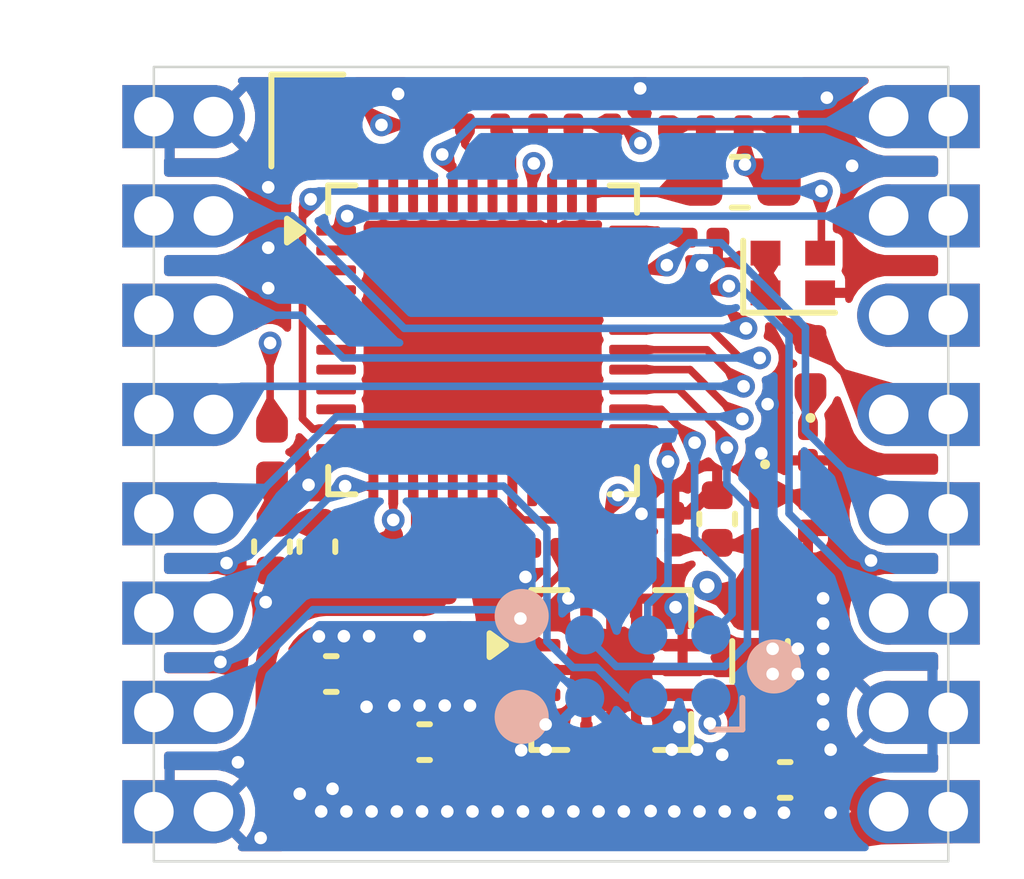
<source format=kicad_pcb>
(kicad_pcb (version 20241229) (generator "pcbnew") (generator_version "9.0")
  (layers (0 "F.Cu" signal) (4 "In1.Cu" signal) (6 "In2.Cu" signal) (2 "B.Cu" signal) (13 "F.Paste" user) (15 "B.Paste" user) (5 "F.SilkS" user "F.Silkscreen") (7 "B.SilkS" user "B.Silkscreen") (1 "F.Mask" user) (3 "B.Mask" user) (25 "Edge.Cuts" user))
  (net 0 "")
  (net 1 "GND")
  (net 2 "+3V3")
  (net 3 "VDD")
  (net 4 "VDCDC")
  (net 6 "VDDA")
  (net 7 "Net-(C18-Pad1)")
  (net 8 "/Power Amplifier/RF_IN")
  (net 9 "Net-(C19-Pad1)")
  (net 10 "Net-(U2-DECOUPLE)")
  (net 11 "Net-(C23-Pad1)")
  (net 12 "Net-(C23-Pad2)")
  (net 13 "/PA_nEN")
  (net 14 "Net-(U3-IN)")
  (net 15 "Net-(U3-OUT)")
  (net 16 "/RF_OUT")
  (net 17 "/CS")
  (net 18 "/nRST")
  (net 19 "/UART_TX")
  (net 20 "/MISO")
  (net 21 "/MOSI")
  (net 22 "/SCK")
  (net 23 "/PC00")
  (net 24 "/UART_RX")
  (net 25 "/Transceiver/SWDIO")
  (net 26 "/Transceiver/SWO")
  (net 27 "/Transceiver/SWCLK")
  (net 28 "/Transceiver/IN")
  (net 29 "Net-(U2-VREGSW)")
  (net 30 "/Transceiver/OUT")
  (net 46 "Net-(U2-PD01_LFXI)")
  (net 51 "Net-(U2-HFXTAL_I)")
  (net 52 "/PD04")
  (net 53 "Net-(D2-K)")
  (net 54 "Net-(D1-K)")
  (footprint "Capacitor_SMD:C_0201_0603Metric" (layer "F.Cu") (at 102.3874 70.7898 -90)
    (property "Reference" "C16" (hide yes))
    (property "Value" "0.1uF")
  )
  (footprint "Capacitor_SMD:C_0201_0603Metric" (layer "F.Cu") (at 106.172 70.612 180)
    (property "Reference" "C25" (hide yes))
    (property "Value" "0.1uF")
  )
  (footprint "Capacitor_SMD:C_0201_0603Metric" (layer "F.Cu") (at 106.7308 61.7728 90)
    (property "Reference" "C6" (hide yes))
    (property "Value" "0.1uF")
  )
  (footprint "Package_DFN_QFN:QFN-48-1EP_6x6mm_P0.4mm_EP4.3x4.3mm" (layer "F.Cu") (at 104.902 66.421)
    (property "Reference" "U2" (hide yes))
    (property "Value" "EFR32xG23xxxxF512xM48")
  )
  (footprint "Resistor_SMD:R_0201_0603Metric" (layer "F.Cu") (at 107.5944 70.612)
    (property "Reference" "R3" (hide yes))
    (property "Value" "10k")
  )
  (footprint "Inductor_SMD:L_0402_1005Metric" (layer "F.Cu") (at 104.4448 73.1012 180)
    (property "Reference" "L3" (hide yes))
    (property "Value" "39nH")
  )
  (footprint "Capacitor_SMD:C_0201_0603Metric" (layer "F.Cu") (at 105.2576 61.7728 90)
    (property "Reference" "C10" (hide yes))
    (property "Value" "0.1uF")
  )
  (footprint "Inductor_SMD:L_0402_1005Metric" (layer "F.Cu") (at 100.6602 68.6816 -90)
    (property "Reference" "L1" (hide yes))
    (property "Value" "2.2uH")
  )
  (footprint "Avionics_Feet:RFMxx" (layer "F.Cu") (at 106.2808 68.9252)
    (property "Reference" "J1" (hide yes))
    (property "Value" "Conn_02x08_Castelated")
    (fp_rect (start -8 -8) (end 8 8) (stroke (width 0.05)) (fill no) (layer "Edge.Cuts"))
  )
  (footprint "Capacitor_SMD:C_0402_1005Metric" (layer "F.Cu") (at 101.854 73.152 180)
    (property "Reference" "C18" (hide yes))
    (property "Value" "220pF")
  )
  (footprint "Capacitor_SMD:C_0201_0603Metric" (layer "F.Cu") (at 108.6358 61.8084 90)
    (property "Reference" "C13" (hide yes))
    (property "Value" "0.1uF")
  )
  (footprint "Inductor_SMD:L_0805_2012Metric_Pad1.05x1.20mm_HandSolder" (layer "F.Cu") (at 110.49 72.898 -90)
    (property "Reference" "L6" (hide yes))
    (property "Value" "15uH")
  )
  (footprint "Resistor_SMD:R_0201_0603Metric" (layer "F.Cu") (at 109.1692 75.3364)
    (property "Reference" "R2" (hide yes))
    (property "Value" "1.5k")
  )
  (footprint "Capacitor_SMD:C_0402_1005Metric" (layer "F.Cu") (at 109.6264 70.0304 90)
    (property "Reference" "C24" (hide yes))
    (property "Value" "10uF")
  )
  (footprint "Capacitor_SMD:C_0201_0603Metric" (layer "F.Cu") (at 110.9218 61.8084 90)
    (property "Reference" "C21" (hide yes))
    (property "Value" "1uF")
  )
  (footprint "Capacitor_SMD:C_0402_1005Metric" (layer "F.Cu") (at 110.9954 75.2856)
    (property "Reference" "C28" (hide yes))
    (property "Value" "2.2uF")
  )
  (footprint "Capacitor_SMD:C_0201_0603Metric" (layer "F.Cu") (at 107.4928 61.7728 90)
    (property "Reference" "C5" (hide yes))
    (property "Value" "1uF")
  )
  (footprint "Oscillator:Oscillator_SMD_Abracon_ASCO-4Pin_1.6x1.2mm" (layer "F.Cu") (at 101.4476 62.0776)
    (property "Reference" "Y1" (hide yes))
    (property "Value" "32.768KHz")
  )
  (footprint "Capacitor_SMD:C_0201_0603Metric" (layer "F.Cu") (at 103.7844 61.7728 90)
    (property "Reference" "C7" (hide yes))
    (property "Value" "1uF")
  )
  (footprint "Capacitor_SMD:C_0402_1005Metric" (layer "F.Cu") (at 103.7336 74.5236)
    (property "Reference" "C27" (hide yes))
    (property "Value" "2.2uF")
  )
  (footprint "Capacitor_SMD:C_0201_0603Metric" (layer "F.Cu") (at 110.1598 61.8084 90)
    (property "Reference" "C12" (hide yes))
    (property "Value" "1uF")
  )
  (footprint "Capacitor_SMD:C_0201_0603Metric" (layer "F.Cu") (at 103.124 72.832 90)
    (property "Reference" "C20" (hide yes))
    (property "Value" "4.6pF")
  )
  (footprint "Inductor_SMD:L_0603_1608Metric" (layer "F.Cu") (at 110.0836 63.246 180)
    (property "Reference" "L4" (hide yes))
    (property "Value" "4.7uH")
  )
  (footprint "Capacitor_SMD:C_0402_1005Metric" (layer "F.Cu") (at 101.5746 70.5866 -90)
    (property "Reference" "C15" (hide yes))
    (property "Value" "2.2uF")
  )
  (footprint "Capacitor_SMD:C_0201_0603Metric" (layer "F.Cu") (at 101.7016 73.9648 180)
    (property "Reference" "C29" (hide yes))
    (property "Value" "1.5pF")
  )
  (footprint "LED_SMD:LED_0402_1005Metric" (layer "F.Cu") (at 110.5916 70.0183 -90)
    (property "Reference" "D2" (hide yes))
    (property "Value" "LED")
  )
  (footprint "Capacitor_SMD:C_0201_0603Metric" (layer "F.Cu") (at 104.648 72.2884 180)
    (property "Reference" "C19" (hide yes))
    (property "Value" "8.5pF")
  )
  (footprint "Inductor_SMD:L_0402_1005Metric" (layer "F.Cu") (at 101.854 74.8284)
    (property "Reference" "L7" (hide yes))
    (property "Value" "5.1nH")
  )
  (footprint "Capacitor_SMD:C_0201_0603Metric" (layer "F.Cu") (at 108.7628 70.2336 90)
    (property "Reference" "C26" (hide yes))
    (property "Value" "1nF")
  )
  (footprint "Resistor_SMD:R_0201_0603Metric" (layer "F.Cu") (at 111.4552 69.9516 -90)
    (property "Reference" "R4" (hide yes))
    (property "Value" "120")
  )
  (footprint "Capacitor_SMD:C_0201_0603Metric" (layer "F.Cu") (at 103.0986 70.7898 -90)
    (property "Reference" "C17" (hide yes))
    (property "Value" "10nF")
  )
  (footprint "Capacitor_SMD:C_0201_0603Metric" (layer "F.Cu") (at 104.5464 61.7728 90)
    (property "Reference" "C8" (hide yes))
    (property "Value" "0.1uF")
  )
  (footprint "Resistor_SMD:R_0201_0603Metric" (layer "F.Cu") (at 111.4552 68.5292 -90)
    (property "Reference" "R1" (hide yes))
    (property "Value" "120")
  )
  (footprint "Inductor_SMD:L_0402_1005Metric" (layer "F.Cu") (at 104.0638 70.9676 -90)
    (property "Reference" "L5" (hide yes))
    (property "Value" "82nH")
  )
  (footprint "Capacitor_SMD:C_0201_0603Metric" (layer "F.Cu") (at 103.5812 75.3364)
    (property "Reference" "C23" (hide yes))
    (property "Value" "0.1uF")
  )
  (footprint "Inductor_SMD:L_0402_1005Metric" (layer "F.Cu") (at 105.0036 70.9676 -90)
    (property "Reference" "L2" (hide yes))
    (property "Value" "20nH")
  )
  (footprint "Capacitor_SMD:C_0201_0603Metric" (layer "F.Cu") (at 106.0196 61.7728 90)
    (property "Reference" "C9" (hide yes))
    (property "Value" "1uF")
  )
  (footprint "Oscillator:Oscillator_SMD_Abracon_ASCO-4Pin_1.6x1.2mm" (layer "F.Cu") (at 111.1504 65.0748 90)
    (property "Reference" "Y2" (hide yes))
    (property "Value" "38.400MHz")
  )
  (footprint "Capacitor_SMD:C_0402_1005Metric" (layer "F.Cu") (at 100.6602 70.5866 -90)
    (property "Reference" "C14" (hide yes))
    (property "Value" "22uF")
  )
  (footprint "Capacitor_SMD:C_0201_0603Metric" (layer "F.Cu") (at 109.3216 64.3636)
    (property "Reference" "C22" (hide yes))
    (property "Value" "0.1uF")
  )
  (footprint "Capacitor_SMD:C_0201_0603Metric" (layer "F.Cu") (at 109.3978 61.8084 90)
    (property "Reference" "C11" (hide yes))
    (property "Value" "1uF")
  )
  (footprint "Package_DFN_QFN:QFN-12-1EP_3x3mm_P0.5mm_EP1.45x1.45mm" (layer "F.Cu") (at 107.4928 73.0714)
    (property "Reference" "U3" (hide yes))
    (property "Value" "TSS-13HLN+")
  )
  (footprint "LED_SMD:LED_0402_1005Metric" (layer "F.Cu") (at 111.506 66.9036 90)
    (property "Reference" "D1" (hide yes))
    (property "Value" "LED")
  )
  (footprint "Connector:Tag-Connect_TC2030-IDC-NL_2x03_P1.27mm_Vertical" (layer "B.Cu") (at 108.2294 72.9996 180)
    (property "Reference" "J2" (hide yes))
    (property "Value" "TagConnect_TC2030")
  )
  (gr_arc (start 105.3338 74.0918) (mid 105.47515 73.75055) (end 105.8164 73.6092) (stroke (width 0.4064)) (layer "F.Cu") (net 14))
  (gr_arc (start 101.854 76.5048) (mid 100.922589 76.151334) (end 100.532184 75.2348) (stroke (width 0.4064)) (layer "F.Cu") (net 16))
  (gr_arc (start 104.0638 71.4248) (mid 103.959647 71.676247) (end 103.7082 71.7804) (stroke (width 0.4064)) (layer "F.Cu") (net 16))
  (gr_arc (start 100.5332 73.1012) (mid 100.886672 72.1698) (end 101.8032 71.779384) (stroke (width 0.4064)) (layer "F.Cu") (net 16))
  (gr_arc (start 105.3338 74.0664) (mid 105.199889 74.389689) (end 104.8766 74.5236) (stroke (width 0.4064)) (layer "F.Cu") (net 14))
  (segment (start 103.124 71.1098) (end 102.4636 71.1098) (width 0.2032) (layer "F.Cu") (net 1))
  (segment (start 101.6 71.0666) (end 100.6602 71.0666) (width 0.2032) (layer "F.Cu") (net 1))
  (segment (start 102.4636 71.1098) (end 101.6432 71.1098) (width 0.2032) (layer "F.Cu") (net 1))
  (segment (start 101.6432 71.1098) (end 101.6 71.0666) (width 0.2032) (layer "F.Cu") (net 1))
  (segment (start 109.6264 69.5504) (end 109.418 69.5504) (width 0.254) (layer "F.Cu") (net 1))
  (segment (start 109.0548 69.9136) (end 108.7628 69.9136) (width 0.254) (layer "F.Cu") (net 1))
  (segment (start 103.0986 71.1098) (end 103.121576 71.1098) (width 0.1524) (layer "F.Cu") (net 1))
  (segment (start 103.121576 71.1098) (end 103.5348 70.696576) (width 0.1524) (layer "F.Cu") (net 1))
  (segment (start 109.418 69.5504) (end 109.0548 69.9136) (width 0.254) (layer "F.Cu") (net 1))
  (segment (start 103.5348 69.4038) (end 103.502 69.371) (width 0.1524) (layer "F.Cu") (net 1))
  (segment (start 103.5348 70.696576) (end 103.5348 69.4038) (width 0.1524) (layer "F.Cu") (net 1))
  (via (at 105.7148 75.9206) (size 0.4572) (drill 0.254) (layers "F.Cu" "B.Cu") (net 1))
  (via (at 102.108 72.39) (size 0.4572) (drill 0.254) (layers "F.Cu" "B.Cu") (net 1))
  (via (at 109.22 74.676) (size 0.4572) (drill 0.254) (layers "F.Cu" "B.Cu") (net 1))
  (via (at 112.7252 70.866) (size 0.4572) (drill 0.254) (layers "F.Cu" "B.Cu") (net 1))
  (via (at 106.2228 75.9206) (size 0.4572) (drill 0.254) (layers "F.Cu" "B.Cu") (net 1))
  (via (at 101.3968 69.342) (size 0.4572) (drill 0.254) (layers "F.Cu" "B.Cu") (net 1))
  (via (at 111.8362 61.5442) (size 0.4572) (drill 0.254) (layers "F.Cu" "B.Cu") (net 1))
  (via (at 108.077 61.357) (size 0.4572) (drill 0.254) (layers "F.Cu" "B.Cu") (net 1))
  (via (at 108.286839 75.911465) (size 0.4572) (drill 0.254) (layers "F.Cu" "B.Cu") (net 1))
  (via (at 111.9124 74.676) (size 0.4572) (drill 0.254) (layers "F.Cu" "B.Cu") (net 1))
  (via (at 103.632 73.787) (size 0.4572) (drill 0.254) (layers "F.Cu" "B.Cu") (net 1))
  (via (at 102.1588 75.9206) (size 0.4572) (drill 0.254) (layers "F.Cu" "B.Cu") (net 1))
  (via (at 108.1024 69.9262) (size 0.4572) (drill 0.254) (layers "F.Cu" "B.Cu") (net 1))
  (via (at 108.7882 71.8058) (size 0.4572) (drill 0.254) (layers "F.Cu" "B.Cu") (net 1))
  (via (at 110.744 73.152) (size 0.4572) (drill 0.254) (layers "F.Cu" "B.Cu") (net 1))
  (via (at 111.76 74.168) (size 0.4572) (drill 0.254) (layers "F.Cu" "B.Cu") (net 1))
  (via (at 101.604349 72.394349) (size 0.4572) (drill 0.254) (layers "F.Cu" "B.Cu") (net 1))
  (via (at 100.4316 76.454) (size 0.4572) (drill 0.254) (layers "F.Cu" "B.Cu") (net 1))
  (via (at 106.172 74.168) (size 0.4572) (drill 0.254) (layers "F.Cu" "B.Cu") (net 1))
  (via (at 105.7656 71.1962) (size 0.4572) (drill 0.254) (layers "F.Cu" "B.Cu") (net 1))
  (via (at 110.2868 75.946) (size 0.4572) (drill 0.254) (layers "F.Cu" "B.Cu") (net 1))
  (via (at 103.632 72.39) (size 0.4572) (drill 0.254) (layers "F.Cu" "B.Cu") (net 1))
  (via (at 102.6668 75.9206) (size 0.4572) (drill 0.254) (layers "F.Cu" "B.Cu") (net 1))
  (via (at 111.76 71.628) (size 0.4572) (drill 0.254) (layers "F.Cu" "B.Cu") (net 1))
  (via (at 99.620976 72.908808) (size 0.4572) (drill 0.254) (layers "F.Cu" "B.Cu") (net 1))
  (via (at 106.6292 71.628) (size 0.4572) (drill 0.254) (layers "F.Cu" "B.Cu") (net 1))
  (via (at 99.9744 74.93) (size 0.4572) (drill 0.254) (layers "F.Cu" "B.Cu") (net 1))
  (via (at 104.14 73.787) (size 0.4572) (drill 0.254) (layers "F.Cu" "B.Cu") (net 1))
  (via (at 111.76 72.136) (size 0.4572) (drill 0.254) (layers "F.Cu" "B.Cu") (net 1))
  (via (at 111.76 72.644) (size 0.4572) (drill 0.254) (layers "F.Cu" "B.Cu") (net 1))
  (via (at 101.219 75.565) (size 0.4572) (drill 0.254) (layers "F.Cu" "B.Cu") (net 1))
  (via (at 106.172 74.676) (size 0.4572) (drill 0.254) (layers "F.Cu" "B.Cu") (net 1))
  (via (at 110.6424 67.7164) (size 0.4572) (drill 0.254) (layers "F.Cu" "B.Cu") (net 1))
  (via (at 111.9124 75.946) (size 0.4572) (drill 0.254) (layers "F.Cu" "B.Cu") (net 1))
  (via (at 102.5652 73.8124) (size 0.4572) (drill 0.254) (layers "F.Cu" "B.Cu") (net 1))
  (via (at 110.744 72.644) (size 0.4572) (drill 0.254) (layers "F.Cu" "B.Cu") (net 1))
  (via (at 110.5154 68.707) (size 0.4572) (drill 0.254) (layers "F.Cu" "B.Cu") (net 1))
  (via (at 101.8794 75.4634) (size 0.4572) (drill 0.254) (layers "F.Cu" "B.Cu") (net 1))
  (via (at 103.6828 75.9206) (size 0.4572) (drill 0.254) (layers "F.Cu" "B.Cu") (net 1))
  (via (at 111.252 73.152) (size 0.4572) (drill 0.254) (layers "F.Cu" "B.Cu") (net 1))
  (via (at 111.76 73.66) (size 0.4572) (drill 0.254) (layers "F.Cu" "B.Cu") (net 1))
  (via (at 110.9726 75.946) (size 0.4572) (drill 0.254) (layers "F.Cu" "B.Cu") (net 1))
  (via (at 100.584 65.3796) (size 0.4572) (drill 0.254) (layers "F.Cu" "B.Cu") (net 1))
  (via (at 101.6508 75.9206) (size 0.4572) (drill 0.254) (layers "F.Cu" "B.Cu") (net 1))
  (via (at 112.3442 62.9158) (size 0.4572) (drill 0.254) (layers "F.Cu" "B.Cu") (net 1))
  (via (at 104.1908 75.9206) (size 0.4572) (drill 0.254) (layers "F.Cu" "B.Cu") (net 1))
  (via (at 109.3216 64.9224) (size 0.4572) (drill 0.254) (layers "F.Cu" "B.Cu") (net 1))
  (via (at 107.2388 75.9206) (size 0.4572) (drill 0.254) (layers "F.Cu" "B.Cu") (net 1))
  (via (at 109.2708 75.9206) (size 0.4572) (drill 0.254) (layers "F.Cu" "B.Cu") (net 1))
  (via (at 100.584 63.3476) (size 0.4572) (drill 0.254) (layers "F.Cu" "B.Cu") (net 1))
  (via (at 109.728 74.7776) (size 0.4572) (drill 0.254) (layers "F.Cu" "B.Cu") (net 1))
  (via (at 108.712 74.676) (size 0.4572) (drill 0.254) (layers "F.Cu" "B.Cu") (net 1))
  (via (at 104.6988 75.9206) (size 0.4572) (drill 0.254) (layers "F.Cu" "B.Cu") (net 1))
  (via (at 102.616 72.39) (size 0.4572) (drill 0.254) (layers "F.Cu" "B.Cu") (net 1))
  (via (at 105.679978 74.68837) (size 0.4572) (drill 0.254) (layers "F.Cu" "B.Cu") (net 1))
  (via (at 108.7628 75.9206) (size 0.4572) (drill 0.254) (layers "F.Cu" "B.Cu") (net 1))
  (via (at 111.76 73.152) (size 0.4572) (drill 0.254) (layers "F.Cu" "B.Cu") (net 1))
  (via (at 99.7458 70.9168) (size 0.4572) (drill 0.254) (layers "F.Cu" "B.Cu") (net 1))
  (via (at 108.8644 74.2188) (size 0.4572) (drill 0.254) (layers "F.Cu" "B.Cu") (net 1))
  (via (at 103.2002 61.468) (size 0.4572) (drill 0.254) (layers "F.Cu" "B.Cu") (net 1))
  (via (at 106.7308 75.9206) (size 0.4572) (drill 0.254) (layers "F.Cu" "B.Cu") (net 1))
  (via (at 104.648 73.787) (size 0.4572) (drill 0.254) (layers "F.Cu" "B.Cu") (net 1))
  (via (at 100.584 64.5668) (size 0.4572) (drill 0.254) (layers "F.Cu" "B.Cu") (net 1))
  (via (at 100.5332 71.7042) (size 0.4572) (drill 0.254) (layers "F.Cu" "B.Cu") (net 1))
  (via (at 111.252 72.644) (size 0.4572) (drill 0.254) (layers "F.Cu" "B.Cu") (net 1))
  (via (at 103.124 73.787) (size 0.4572) (drill 0.254) (layers "F.Cu" "B.Cu") (net 1))
  (via (at 107.7468 75.9206) (size 0.4572) (drill 0.254) (layers "F.Cu" "B.Cu") (net 1))
  (via (at 103.1748 75.9206) (size 0.4572) (drill 0.254) (layers "F.Cu" "B.Cu") (net 1))
  (via (at 105.2068 75.9206) (size 0.4572) (drill 0.254) (layers "F.Cu" "B.Cu") (net 1))
  (via (at 109.7788 75.9206) (size 0.4572) (drill 0.254) (layers "F.Cu" "B.Cu") (net 1))
  (segment (start 104.5464 62.484) (end 104.5464 62.0928) (width 0.1524) (layer "F.Cu") (net 2))
  (segment (start 111.3766 66.4186) (end 111.506 66.4186) (width 0.1524) (layer "F.Cu") (net 2))
  (segment (start 110.6004 65.4748) (end 110.6004 65.6424) (width 0.1524) (layer "F.Cu") (net 2))
  (segment (start 105.502 62.3372) (end 105.2576 62.0928) (width 0.1524) (layer "F.Cu") (net 2))
  (segment (start 102.8649 62.0928) (end 102.2997 61.5276) (width 0.1524) (layer "F.Cu") (net 2))
  (segment (start 105.102 63.471) (end 105.102 63.0396) (width 0.1524) (layer "F.Cu") (net 2))
  (segment (start 110.6258 64.7002) (end 110.6258 65.4494) (width 0.1524) (layer "F.Cu") (net 2))
  (segment (start 111.506 66.4186) (end 112.6444 67.557) (width 0.1524) (layer "F.Cu") (net 2))
  (segment (start 110.6004 64.6748) (end 110.6258 64.7002) (width 0.1524) (layer "F.Cu") (net 2))
  (segment (start 102.2997 61.5276) (end 101.8476 61.5276) (width 0.1524) (layer "F.Cu") (net 2))
  (segment (start 110.6258 65.4494) (end 110.6004 65.4748) (width 0.1524) (layer "F.Cu") (net 2))
  (segment (start 105.102 63.0396) (end 104.5464 62.484) (width 0.1524) (layer "F.Cu") (net 2))
  (segment (start 107.7144 62.0928) (end 108.0802 62.4586) (width 0.1524) (layer "F.Cu") (net 2))
  (segment (start 107.4928 62.0928) (end 102.8649 62.0928) (width 0.1524) (layer "F.Cu") (net 2))
  (segment (start 110.6004 65.6424) (end 111.3766 66.4186) (width 0.1524) (layer "F.Cu") (net 2))
  (segment (start 105.502 63.471) (end 105.502 62.3372) (width 0.1524) (layer "F.Cu") (net 2))
  (segment (start 107.4928 62.0928) (end 107.7144 62.0928) (width 0.1524) (layer "F.Cu") (net 2))
  (segment (start 106.702 63.471) (end 106.702 62.1216) (width 0.1524) (layer "F.Cu") (net 2))
  (segment (start 101.0476 61.5276) (end 101.8476 61.5276) (width 0.1524) (layer "F.Cu") (net 2))
  (segment (start 106.702 62.1216) (end 106.7308 62.0928) (width 0.1524) (layer "F.Cu") (net 2))
  (via (at 102.8649 62.0928) (size 0.4572) (drill 0.254) (layers "F.Cu" "B.Cu") (net 2))
  (via (at 108.0802 62.4586) (size 0.4572) (drill 0.254) (layers "F.Cu" "B.Cu") (net 2))
  (via (at 109.478551 74.147731) (size 0.4572) (drill 0.254) (layers "F.Cu" "B.Cu") (net 2))
  (segment (start 109.478551 73.655449) (end 109.4994 73.6346) (width 0.1524) (layer "B.Cu") (net 2))
  (segment (start 109.478551 74.147731) (end 109.478551 73.655449) (width 0.1524) (layer "B.Cu") (net 2))
  (segment (start 108.7628 70.5536) (end 110.5413 70.5536) (width 0.254) (layer "F.Cu") (net 3))
  (segment (start 110.49 70.6049) (end 110.5916 70.5033) (width 0.1524) (layer "F.Cu") (net 3))
  (segment (start 110.5413 70.5536) (end 110.5916 70.5033) (width 0.1524) (layer "F.Cu") (net 3))
  (segment (start 109.7972 71.748) (end 109.4232 71.374) (width 0.254) (layer "F.Cu") (net 3))
  (segment (start 110.49 71.748) (end 110.49 70.6049) (width 0.254) (layer "F.Cu") (net 3))
  (segment (start 110.49 71.748) (end 109.7972 71.748) (width 0.254) (layer "F.Cu") (net 3))
  (via (at 109.4232 71.374) (size 0.6) (drill 0.3) (layers "F.Cu" "B.Cu") (net 3))
  (segment (start 110.3376 62.8904) (end 110.6932 63.246) (width 0.254) (layer "F.Cu") (net 4))
  (segment (start 105.934447 62.867681) (end 105.934447 62.974437) (width 0.1524) (layer "F.Cu") (net 4))
  (segment (start 100.6221 66.4845) (end 100.6221 68.1585) (width 0.1524) (layer "F.Cu") (net 4))
  (segment (start 105.934447 62.974437) (end 105.902 63.006884) (width 0.1524) (layer "F.Cu") (net 4))
  (segment (start 110.1852 62.1538) (end 110.1598 62.1284) (width 0.2) (layer "F.Cu") (net 4))
  (segment (start 110.6932 63.246) (end 110.8711 63.246) (width 0.1524) (layer "F.Cu") (net 4))
  (segment (start 105.902 63.006884) (end 105.902 63.471) (width 0.1524) (layer "F.Cu") (net 4))
  (segment (start 110.1852 62.8904) (end 110.3376 62.8904) (width 0.254) (layer "F.Cu") (net 4))
  (segment (start 110.1598 62.7126) (end 110.1852 62.738) (width 0.2) (layer "F.Cu") (net 4))
  (segment (start 100.6221 68.1585) (end 100.6602 68.1966) (width 0.1524) (layer "F.Cu") (net 4))
  (segment (start 110.1852 62.738) (end 110.1852 62.8904) (width 0.2) (layer "F.Cu") (net 4))
  (segment (start 110.1852 62.8904) (end 110.1852 62.1538) (width 0.2) (layer "F.Cu") (net 4))
  (segment (start 110.9218 62.1284) (end 108.6358 62.1284) (width 0.1524) (layer "F.Cu") (net 4))
  (via (at 110.1852 62.8904) (size 0.4572) (drill 0.254) (layers "F.Cu" "B.Cu") (net 4))
  (via (at 105.934447 62.867681) (size 0.4572) (drill 0.254) (layers "F.Cu" "B.Cu") (net 4))
  (via (at 100.6221 66.4845) (size 0.4572) (drill 0.254) (layers "F.Cu" "B.Cu") (net 4))
  (segment (start 103.102 69.371) (end 103.102 70.4478) (width 0.1524) (layer "F.Cu") (net 6))
  (segment (start 107.288916 70.0482) (end 105.715084 70.0482) (width 0.1524) (layer "F.Cu") (net 6))
  (segment (start 107.6306 69.706516) (end 107.288916 70.0482) (width 0.1524) (layer "F.Cu") (net 6))
  (segment (start 103.102 70.4478) (end 103.124 70.4698) (width 0.1524) (layer "F.Cu") (net 6))
  (segment (start 100.6602 70.1066) (end 100.6602 69.1666) (width 0.2032) (layer "F.Cu") (net 6))
  (segment (start 107.6306 69.5484) (end 107.6306 69.706516) (width 0.1524) (layer "F.Cu") (net 6))
  (segment (start 105.502 69.835116) (end 105.502 69.371) (width 0.1524) (layer "F.Cu") (net 6))
  (segment (start 101.6 70.1066) (end 100.6602 70.1066) (width 0.2032) (layer "F.Cu") (net 6))
  (segment (start 105.715084 70.0482) (end 105.502 69.835116) (width 0.1524) (layer "F.Cu") (net 6))
  (segment (start 103.124 70.4698) (end 102.4636 70.4698) (width 0.2032) (layer "F.Cu") (net 6))
  (segment (start 102.1004 70.1066) (end 102.4636 70.4698) (width 0.2032) (layer "F.Cu") (net 6))
  (segment (start 101.6 70.1066) (end 102.1004 70.1066) (width 0.2032) (layer "F.Cu") (net 6))
  (via (at 103.102 70.048823) (size 0.4572) (drill 0.254) (layers "F.Cu" "B.Cu") (net 6))
  (via (at 107.6306 69.5484) (size 0.4572) (drill 0.254) (layers "F.Cu" "B.Cu") (net 6))
  (segment (start 102.334 73.152) (end 103.909 73.152) (width 0.4064) (layer "F.Cu") (net 7))
  (segment (start 103.909 73.152) (end 103.9598 73.1012) (width 0.1524) (layer "F.Cu") (net 7))
  (segment (start 101.369 74.8284) (end 101.369 73.157) (width 0.4064) (layer "F.Cu") (net 8))
  (segment (start 101.369 73.157) (end 101.374 73.152) (width 0.1524) (layer "F.Cu") (net 8))
  (segment (start 104.968 73.063) (end 104.968 71.4882) (width 0.4064) (layer "F.Cu") (net 9))
  (segment (start 104.9298 73.1012) (end 104.968 73.063) (width 0.4064) (layer "F.Cu") (net 9))
  (segment (start 104.968 71.4882) (end 105.0036 71.4526) (width 0.4064) (layer "F.Cu") (net 9))
  (segment (start 108.573941 64.3636) (end 109.0016 64.3636) (width 0.1524) (layer "F.Cu") (net 10))
  (segment (start 107.8618 64.2112) (end 108.421541 64.2112) (width 0.1524) (layer "F.Cu") (net 10))
  (segment (start 107.852 64.221) (end 107.8618 64.2112) (width 0.1524) (layer "F.Cu") (net 10))
  (segment (start 108.421541 64.2112) (end 108.573941 64.3636) (width 0.1524) (layer "F.Cu") (net 10))
  (segment (start 103.2612 75.3364) (end 103.2612 74.5312) (width 0.4064) (layer "F.Cu") (net 11))
  (segment (start 102.743 74.6506) (end 102.743 74.7268) (width 0.4064) (layer "F.Cu") (net 11))
  (segment (start 103.1774 74.5998) (end 102.7938 74.5998) (width 0.4064) (layer "F.Cu") (net 11))
  (segment (start 102.743 74.7268) (end 102.6414 74.8284) (width 0.4064) (layer "F.Cu") (net 11))
  (segment (start 103.2536 74.5236) (end 103.1774 74.5998) (width 0.4064) (layer "F.Cu") (net 11))
  (segment (start 103.2612 74.5312) (end 103.2536 74.5236) (width 0.4064) (layer "F.Cu") (net 11))
  (segment (start 102.7938 74.5998) (end 102.743 74.6506) (width 0.4064) (layer "F.Cu") (net 11))
  (segment (start 102.6414 74.8284) (end 102.339 74.8284) (width 0.4064) (layer "F.Cu") (net 11))
  (segment (start 103.9774 75.3364) (end 108.8492 75.3364) (width 0.4064) (layer "F.Cu") (net 12))
  (segment (start 105.664 72.0344) (end 105.7783 72.1487) (width 0.1524) (layer "F.Cu") (net 13))
  (segment (start 105.7783 72.1487) (end 105.7783 72.2944) (width 0.1524) (layer "F.Cu") (net 13))
  (segment (start 105.7656 71.8312) (end 106.492 71.1048) (width 0.1524) (layer "F.Cu") (net 13))
  (segment (start 107.2744 70.612) (end 106.492 70.612) (width 0.1524) (layer "F.Cu") (net 13))
  (segment (start 105.7656 72.0011) (end 105.7656 71.8312) (width 0.1524) (layer "F.Cu") (net 13))
  (segment (start 105.664 72.0344) (end 105.7323 72.0344) (width 0.1524) (layer "F.Cu") (net 13))
  (segment (start 105.7783 72.2944) (end 106.0553 72.5714) (width 0.1524) (layer "F.Cu") (net 13))
  (segment (start 106.492 71.1048) (end 106.492 70.612) (width 0.1524) (layer "F.Cu") (net 13))
  (segment (start 105.7323 72.0344) (end 105.7656 72.0011) (width 0.1524) (layer "F.Cu") (net 13))
  (via (at 105.664 72.0344) (size 0.4572) (drill 0.254) (layers "F.Cu" "B.Cu") (net 13))
  (segment (start 99.4808 73.8616) (end 99.4808 73.9252) (width 0.1524) (layer "B.Cu") (net 13))
  (segment (start 101.4858 71.8566) (end 99.4808 73.8616) (width 0.1524) (layer "B.Cu") (net 13))
  (segment (start 105.664 72.0344) (end 105.664 71.8995) (width 0.1524) (layer "B.Cu") (net 13))
  (segment (start 105.664 71.8995) (end 105.6211 71.8566) (width 0.1524) (layer "B.Cu") (net 13))
  (segment (start 105.6211 71.8566) (end 101.4858 71.8566) (width 0.1524) (layer "B.Cu") (net 13))
  (segment (start 104.2136 74.5236) (end 104.840369 74.5236) (width 0.4064) (layer "F.Cu") (net 14))
  (segment (start 105.245273 74.027927) (end 105.2576 74.0156) (width 0.2) (layer "F.Cu") (net 14))
  (segment (start 110.0134 73.5714) (end 110.49 74.048) (width 0.4064) (layer "F.Cu") (net 15))
  (segment (start 110.4646 75.3364) (end 110.5154 75.2856) (width 0.4064) (layer "F.Cu") (net 15))
  (segment (start 110.4345 73.9925) (end 110.49 74.048) (width 0.1524) (layer "F.Cu") (net 15))
  (segment (start 110.518 75.283) (end 110.518 74.076) (width 0.4064) (layer "F.Cu") (net 15))
  (segment (start 110.518 74.076) (end 110.49 74.048) (width 0.1524) (layer "F.Cu") (net 15))
  (segment (start 109.4892 75.3364) (end 110.4646 75.3364) (width 0.4064) (layer "F.Cu") (net 15))
  (segment (start 110.5154 75.2856) (end 110.518 75.283) (width 0.4064) (layer "F.Cu") (net 15))
  (segment (start 109.4486 73.5714) (end 110.0134 73.5714) (width 0.4064) (layer "F.Cu") (net 15))
  (segment (start 103.7082 71.7804) (end 103.710753 71.782953) (width 0.4064) (layer "F.Cu") (net 16))
  (segment (start 112.4458 75.5904) (end 112.141 75.2856) (width 0.4064) (layer "F.Cu") (net 16))
  (segment (start 112.746 75.5904) (end 112.4458 75.5904) (width 0.4064) (layer "F.Cu") (net 16))
  (segment (start 100.5332 75.233784) (end 100.5332 73.102216) (width 0.4064) (layer "F.Cu") (net 16))
  (segment (start 100.532184 75.2348) (end 100.5332 75.233784) (width 0.4064) (layer "F.Cu") (net 16))
  (segment (start 101.804216 71.7804) (end 103.7082 71.7804) (width 0.4064) (layer "F.Cu") (net 16))
  (segment (start 112.141 75.2856) (end 111.4754 75.2856) (width 0.4064) (layer "F.Cu") (net 16))
  (segment (start 112.5012 76.5048) (end 113.0808 75.9252) (width 0.4064) (layer "F.Cu") (net 16))
  (segment (start 101.854 76.5048) (end 112.5012 76.5048) (width 0.4064) (layer "F.Cu") (net 16))
  (segment (start 101.8032 71.779384) (end 101.804216 71.7804) (width 0.4064) (layer "F.Cu") (net 16))
  (segment (start 113.0808 75.9252) (end 112.7968 75.6412) (width 0.4064) (layer "F.Cu") (net 16))
  (segment (start 103.863 71.628) (end 104.0384 71.4526) (width 0.1524) (layer "F.Cu") (net 16))
  (segment (start 113.0808 75.9252) (end 112.746 75.5904) (width 0.4064) (layer "F.Cu") (net 16))
  (segment (start 109.080476 67.021) (end 107.852 67.021) (width 0.1524) (layer "F.Cu") (net 17))
  (segment (start 110.073543 68.014067) (end 109.080476 67.021) (width 0.1524) (layer "F.Cu") (net 17))
  (segment (start 110.134868 68.014067) (end 110.073543 68.014067) (width 0.1524) (layer "F.Cu") (net 17))
  (via (at 110.134868 68.014067) (size 0.4572) (drill 0.254) (layers "F.Cu" "B.Cu") (net 17))
  (segment (start 110.134868 68.014067) (end 110.088995 68.014067) (width 0.1524) (layer "B.Cu") (net 17))
  (segment (start 110.045328 67.9704) (end 101.9556 67.9704) (width 0.1524) (layer "B.Cu") (net 17))
  (segment (start 100.0008 69.9252) (end 99.9172 69.9252) (width 0.1524) (layer "B.Cu") (net 17))
  (segment (start 99.9172 69.9252) (end 99.4808 69.4888) (width 0.1524) (layer "B.Cu") (net 17))
  (segment (start 110.088995 68.014067) (end 110.045328 67.9704) (width 0.1524) (layer "B.Cu") (net 17))
  (segment (start 101.9556 67.9704) (end 100.0008 69.9252) (width 0.1524) (layer "B.Cu") (net 17))
  (segment (start 102.137 69.371) (end 102.1334 69.3674) (width 0.1524) (layer "F.Cu") (net 18))
  (segment (start 102.702 69.371) (end 102.137 69.371) (width 0.1524) (layer "F.Cu") (net 18))
  (via (at 102.1334 69.3674) (size 0.4572) (drill 0.254) (layers "F.Cu" "B.Cu") (net 18))
  (segment (start 106.1974 72.492633) (end 106.1974 70.239829) (width 0.1524) (layer "B.Cu") (net 18))
  (segment (start 99.9172 71.9252) (end 99.9172 71.4888) (width 0.1524) (layer "B.Cu") (net 18))
  (segment (start 99.9172 71.4888) (end 102.0386 69.3674) (width 0.1524) (layer "B.Cu") (net 18))
  (segment (start 99.4808 71.4888) (end 99.9172 71.9252) (width 0.1524) (layer "B.Cu") (net 18))
  (segment (start 108.2294 73.6346) (end 107.814984 73.6346) (width 0.1524) (layer "B.Cu") (net 18))
  (segment (start 106.1974 70.239829) (end 105.324971 69.3674) (width 0.1524) (layer "B.Cu") (net 18))
  (segment (start 106.724343 73.019576) (end 106.1974 72.492633) (width 0.1524) (layer "B.Cu") (net 18))
  (segment (start 107.19996 73.019576) (end 106.724343 73.019576) (width 0.1524) (layer "B.Cu") (net 18))
  (segment (start 107.814984 73.6346) (end 107.19996 73.019576) (width 0.1524) (layer "B.Cu") (net 18))
  (segment (start 102.0386 69.3674) (end 102.1334 69.3674) (width 0.1524) (layer "B.Cu") (net 18))
  (segment (start 105.324971 69.3674) (end 102.1334 69.3674) (width 0.1524) (layer "B.Cu") (net 18))
  (segment (start 109.746367 65.421) (end 107.852 65.421) (width 0.1524) (layer "F.Cu") (net 19))
  (segment (start 109.862506 65.339) (end 109.828367 65.339) (width 0.1524) (layer "F.Cu") (net 19))
  (segment (start 109.828367 65.339) (end 109.746367 65.421) (width 0.1524) (layer "F.Cu") (net 19))
  (via (at 109.862506 65.339) (size 0.4572) (drill 0.254) (layers "F.Cu" "B.Cu") (net 19))
  (segment (start 110.416373 65.683776) (end 110.712663 65.980066) (width 0.1524) (layer "B.Cu") (net 19))
  (segment (start 110.712663 65.980066) (end 110.712663 65.983263) (width 0.1524) (layer "B.Cu") (net 19))
  (segment (start 109.862506 65.339) (end 109.880906 65.3574) (width 0.1524) (layer "B.Cu") (net 19))
  (segment (start 109.880906 65.3574) (end 110.0868 65.3574) (width 0.1524) (layer "B.Cu") (net 19))
  (segment (start 110.413176 65.683776) (end 110.416373 65.683776) (width 0.1524) (layer "B.Cu") (net 19))
  (segment (start 110.0868 65.3574) (end 110.413176 65.683776) (width 0.1524) (layer "B.Cu") (net 19))
  (segment (start 111.0742 66.3448) (end 111.0742 69.9186) (width 0.1524) (layer "B.Cu") (net 19))
  (segment (start 111.0742 69.9186) (end 113.0808 71.9252) (width 0.1524) (layer "B.Cu") (net 19))
  (segment (start 110.712663 65.983263) (end 111.0742 66.3448) (width 0.1524) (layer "B.Cu") (net 19))
  (segment (start 113.0808 71.9252) (end 113.0808 71.4888) (width 0.1524) (layer "B.Cu") (net 19))
  (segment (start 110.206863 66.185966) (end 109.864697 65.8438) (width 0.1524) (layer "F.Cu") (net 20))
  (segment (start 107.8748 65.8438) (end 107.852 65.821) (width 0.1524) (layer "F.Cu") (net 20))
  (segment (start 109.864697 65.8438) (end 107.8748 65.8438) (width 0.1524) (layer "F.Cu") (net 20))
  (segment (start 110.206863 66.189576) (end 110.206863 66.185966) (width 0.1524) (layer "F.Cu") (net 20))
  (via (at 110.206863 66.189576) (size 0.4572) (drill 0.254) (layers "F.Cu" "B.Cu") (net 20))
  (segment (start 99.4808 63.9252) (end 99.4808 63.4888) (width 0.1524) (layer "B.Cu") (net 20))
  (segment (start 103.324376 66.189576) (end 101.06 63.9252) (width 0.1524) (layer "B.Cu") (net 20))
  (segment (start 110.206863 66.189576) (end 103.324376 66.189576) (width 0.1524) (layer "B.Cu") (net 20))
  (segment (start 101.06 63.9252) (end 99.4808 63.9252) (width 0.1524) (layer "B.Cu") (net 20))
  (segment (start 110.483415 66.785759) (end 110.087239 66.785759) (width 0.1524) (layer "F.Cu") (net 21))
  (segment (start 109.52248 66.221) (end 107.852 66.221) (width 0.1524) (layer "F.Cu") (net 21))
  (segment (start 110.087239 66.785759) (end 109.52248 66.221) (width 0.1524) (layer "F.Cu") (net 21))
  (via (at 110.483415 66.785759) (size 0.4572) (drill 0.254) (layers "F.Cu" "B.Cu") (net 21))
  (segment (start 102.091759 66.785759) (end 101.2312 65.9252) (width 0.1524) (layer "B.Cu") (net 21))
  (segment (start 101.2312 65.9252) (end 99.4808 65.9252) (width 0.1524) (layer "B.Cu") (net 21))
  (segment (start 99.4808 65.9252) (end 99.4808 65.4888) (width 0.1524) (layer "B.Cu") (net 21))
  (segment (start 110.483415 66.785759) (end 102.091759 66.785759) (width 0.1524) (layer "B.Cu") (net 21))
  (segment (start 109.829046 67.030046) (end 109.42 66.621) (width 0.1524) (layer "F.Cu") (net 22))
  (segment (start 110.159004 67.357308) (end 109.831742 67.030046) (width 0.1524) (layer "F.Cu") (net 22))
  (segment (start 109.831742 67.030046) (end 109.829046 67.030046) (width 0.1524) (layer "F.Cu") (net 22))
  (segment (start 109.42 66.621) (end 107.852 66.621) (width 0.1524) (layer "F.Cu") (net 22))
  (via (at 110.159004 67.357308) (size 0.4572) (drill 0.254) (layers "F.Cu" "B.Cu") (net 22))
  (segment (start 99.9172 67.9252) (end 99.4808 67.4888) (width 0.1524) (layer "B.Cu") (net 22))
  (segment (start 99.9172 67.4888) (end 99.9172 67.9252) (width 0.1524) (layer "B.Cu") (net 22))
  (segment (start 100.048692 67.357308) (end 99.9172 67.4888) (width 0.1524) (layer "B.Cu") (net 22))
  (segment (start 110.159004 67.357308) (end 100.048692 67.357308) (width 0.1524) (layer "B.Cu") (net 22))
  (segment (start 101.952 64.150729) (end 102.174129 63.9286) (width 0.1524) (layer "F.Cu") (net 23))
  (segment (start 101.952 64.221) (end 101.952 64.150729) (width 0.1524) (layer "F.Cu") (net 23))
  (via (at 102.174129 63.9286) (size 0.4572) (drill 0.254) (layers "F.Cu" "B.Cu") (net 23))
  (segment (start 113.0808 63.4888) (end 112.641 63.9286) (width 0.1524) (layer "B.Cu") (net 23))
  (segment (start 112.641 63.9286) (end 102.174129 63.9286) (width 0.1524) (layer "B.Cu") (net 23))
  (segment (start 108.613464 64.916202) (end 108.613464 64.995536) (width 0.1524) (layer "F.Cu") (net 24))
  (segment (start 108.613463 64.916201) (end 108.613464 64.916202) (width 0.1524) (layer "F.Cu") (net 24))
  (segment (start 108.613464 64.995536) (end 108.588 65.021) (width 0.1524) (layer "F.Cu") (net 24))
  (segment (start 108.588 65.021) (end 107.852 65.021) (width 0.1524) (layer "F.Cu") (net 24))
  (via (at 108.613463 64.916201) (size 0.4572) (drill 0.254) (layers "F.Cu" "B.Cu") (net 24))
  (segment (start 111.4044 66.175216) (end 111.4044 68.2488) (width 0.1524) (layer "B.Cu") (net 24))
  (segment (start 112.6444 69.4888) (end 113.0808 69.4888) (width 0.1524) (layer "B.Cu") (net 24))
  (segment (start 111.4044 68.2488) (end 112.6444 69.4888) (width 0.1524) (layer "B.Cu") (net 24))
  (segment (start 110.368306 65.12949) (end 110.368306 65.130906) (width 0.1524) (layer "B.Cu") (net 24))
  (segment (start 109.704016 64.4652) (end 110.368306 65.12949) (width 0.1524) (layer "B.Cu") (net 24))
  (segment (start 109.064464 64.4652) (end 109.704016 64.4652) (width 0.1524) (layer "B.Cu") (net 24))
  (segment (start 110.368306 65.130906) (end 111.2774 66.04) (width 0.1524) (layer "B.Cu") (net 24))
  (segment (start 108.613463 64.916201) (end 109.064464 64.4652) (width 0.1524) (layer "B.Cu") (net 24))
  (segment (start 111.2774 66.048216) (end 111.4044 66.175216) (width 0.1524) (layer "B.Cu") (net 24))
  (segment (start 111.2774 66.04) (end 111.2774 66.048216) (width 0.1524) (layer "B.Cu") (net 24))
  (segment (start 108.501468 67.821) (end 107.852 67.821) (width 0.1524) (layer "F.Cu") (net 25))
  (segment (start 109.172801 68.492333) (end 108.501468 67.821) (width 0.1524) (layer "F.Cu") (net 25))
  (via (at 109.172801 68.492333) (size 0.4572) (drill 0.254) (layers "F.Cu" "B.Cu") (net 25))
  (segment (start 109.9274 71.9366) (end 109.4994 72.3646) (width 0.1524) (layer "B.Cu") (net 25))
  (segment (start 109.172801 68.492333) (end 109.172801 70.410554) (width 0.1524) (layer "B.Cu") (net 25))
  (segment (start 109.9274 71.165153) (end 109.9274 71.9366) (width 0.1524) (layer "B.Cu") (net 25))
  (segment (start 109.172801 70.410554) (end 109.9274 71.165153) (width 0.1524) (layer "B.Cu") (net 25))
  (segment (start 109.822369 68.592216) (end 109.822368 68.592215) (width 0.1524) (layer "F.Cu") (net 26))
  (segment (start 109.8024 68.592215) (end 109.822369 68.572246) (width 0.1524) (layer "F.Cu") (net 26))
  (segment (start 108.853486 67.421) (end 107.852 67.421) (width 0.1524) (layer "F.Cu") (net 26))
  (segment (start 109.822369 68.572246) (end 109.822369 68.389883) (width 0.1524) (layer "F.Cu") (net 26))
  (segment (start 109.822368 68.592215) (end 109.8024 68.592215) (width 0.1524) (layer "F.Cu") (net 26))
  (segment (start 109.822369 68.389883) (end 108.853486 67.421) (width 0.1524) (layer "F.Cu") (net 26))
  (via (at 109.822369 68.592216) (size 0.4572) (drill 0.254) (layers "F.Cu" "B.Cu") (net 26))
  (segment (start 106.9594 72.3646) (end 107.5944 72.9996) (width 0.1524) (layer "B.Cu") (net 26))
  (segment (start 107.5944 72.9996) (end 109.7788 72.9996) (width 0.1524) (layer "B.Cu") (net 26))
  (segment (start 110.236 69.7484) (end 109.822369 69.334769) (width 0.1524) (layer "B.Cu") (net 26))
  (segment (start 109.7788 72.9996) (end 110.236 72.5424) (width 0.1524) (layer "B.Cu") (net 26))
  (segment (start 110.236 72.5424) (end 110.236 69.7484) (width 0.1524) (layer "B.Cu") (net 26))
  (segment (start 109.822369 69.334769) (end 109.822369 68.592216) (width 0.1524) (layer "B.Cu") (net 26))
  (segment (start 108.366939 68.221) (end 107.852 68.221) (width 0.1524) (layer "F.Cu") (net 27))
  (segment (start 108.636974 68.872859) (end 108.636974 68.491035) (width 0.1524) (layer "F.Cu") (net 27))
  (segment (start 108.636974 68.491035) (end 108.366939 68.221) (width 0.1524) (layer "F.Cu") (net 27))
  (via (at 108.636974 68.872859) (size 0.4572) (drill 0.254) (layers "F.Cu" "B.Cu") (net 27))
  (segment (start 108.636974 71.344954) (end 108.2294 71.752528) (width 0.1524) (layer "B.Cu") (net 27))
  (segment (start 108.2294 71.752528) (end 108.2294 72.3646) (width 0.1524) (layer "B.Cu") (net 27))
  (segment (start 108.636974 68.872859) (end 108.636974 71.344954) (width 0.1524) (layer "B.Cu") (net 27))
  (segment (start 103.902 70.3462) (end 104.0384 70.4826) (width 0.1524) (layer "F.Cu") (net 28))
  (segment (start 104.302 69.371) (end 104.302 70.219) (width 0.1524) (layer "F.Cu") (net 28))
  (segment (start 104.302 70.219) (end 104.0384 70.4826) (width 0.1524) (layer "F.Cu") (net 28))
  (segment (start 103.902 69.371) (end 103.902 70.3462) (width 0.1524) (layer "F.Cu") (net 28))
  (segment (start 107.102 63.471) (end 109.0711 63.471) (width 0.1524) (layer "F.Cu") (net 29))
  (segment (start 109.0711 63.471) (end 109.2961 63.246) (width 0.1524) (layer "F.Cu") (net 29))
  (segment (start 104.702 70.181) (end 105.0036 70.4826) (width 0.1524) (layer "F.Cu") (net 30))
  (segment (start 104.702 69.371) (end 104.702 70.181) (width 0.1524) (layer "F.Cu") (net 30))
  (segment (start 105.102 69.371) (end 105.102 70.3842) (width 0.1524) (layer "F.Cu") (net 30))
  (segment (start 105.102 70.3842) (end 105.0036 70.4826) (width 0.1524) (layer "F.Cu") (net 30))
  (segment (start 103.102 63.006884) (end 103.102 63.471) (width 0.1524) (layer "F.Cu") (net 46))
  (segment (start 101.8476 62.6276) (end 102.722716 62.6276) (width 0.1524) (layer "F.Cu") (net 46))
  (segment (start 102.722716 62.6276) (end 103.102 63.006884) (width 0.1524) (layer "F.Cu") (net 46))
  (segment (start 101.2748 63.754) (end 101.2748 68.007916) (width 0.1524) (layer "F.Cu") (net 51))
  (segment (start 101.438748 63.590052) (end 101.2748 63.754) (width 0.1524) (layer "F.Cu") (net 51))
  (segment (start 101.487884 68.221) (end 101.952 68.221) (width 0.1524) (layer "F.Cu") (net 51))
  (segment (start 111.7258 63.4238) (end 111.7258 64.4208) (width 0.1524) (layer "F.Cu") (net 51))
  (segment (start 101.2748 68.007916) (end 101.487884 68.221) (width 0.1524) (layer "F.Cu") (net 51))
  (via (at 111.7258 63.4238) (size 0.4572) (drill 0.254) (layers "F.Cu" "B.Cu") (net 51))
  (via (at 101.438748 63.590052) (size 0.4572) (drill 0.254) (layers "F.Cu" "B.Cu") (net 51))
  (segment (start 101.605 63.4238) (end 111.7258 63.4238) (width 0.1524) (layer "B.Cu") (net 51))
  (segment (start 101.438748 63.590052) (end 101.605 63.4238) (width 0.1524) (layer "B.Cu") (net 51))
  (segment (start 104.302 62.915206) (end 104.302 63.471) (width 0.1524) (layer "F.Cu") (net 52))
  (segment (start 104.0892 62.6872) (end 104.0892 62.702406) (width 0.1524) (layer "F.Cu") (net 52))
  (segment (start 104.0892 62.702406) (end 104.302 62.915206) (width 0.1524) (layer "F.Cu") (net 52))
  (via (at 104.0892 62.6872) (size 0.4572) (drill 0.254) (layers "F.Cu" "B.Cu") (net 52))
  (segment (start 104.7496 62.0268) (end 112.9792 62.0268) (width 0.1524) (layer "B.Cu") (net 52))
  (segment (start 104.093521 62.691521) (end 104.093521 62.682879) (width 0.1524) (layer "B.Cu") (net 52))
  (segment (start 104.0892 62.6872) (end 104.093521 62.691521) (width 0.1524) (layer "B.Cu") (net 52))
  (segment (start 104.093521 62.682879) (end 104.7496 62.0268) (width 0.1524) (layer "B.Cu") (net 52))
  (segment (start 112.9792 62.0268) (end 113.0508 61.9552) (width 0.1524) (layer "B.Cu") (net 52))
  (segment (start 113.0508 61.9552) (end 113.0508 61.5188) (width 0.1524) (layer "B.Cu") (net 52))
  (segment (start 113.0508 61.5188) (end 113.0808 61.4888) (width 0.1524) (layer "B.Cu") (net 52))
  (segment (start 111.3569 69.5333) (end 111.4552 69.6316) (width 0.1524) (layer "F.Cu") (net 53))
  (segment (start 110.5916 69.5333) (end 111.3569 69.5333) (width 0.1524) (layer "F.Cu") (net 53))
  (segment (start 111.4552 67.4394) (end 111.506 67.3886) (width 0.1524) (layer "F.Cu") (net 54))
  (segment (start 111.4552 68.2092) (end 111.4552 67.4394) (width 0.1524) (layer "F.Cu") (net 54))
  (zone (net 1) (net_name "GND") (layers "F.Cu" "B.Cu") (connect_pads (clearance 0.1524)) (min_thickness 0.1524) (fill yes (thermal_gap 0.2032) (thermal_bridge_width 0.2032))
    (polygon (pts (xy 98.044 60.452) (xy 114.554 60.452) (xy 114.554 77.216) (xy 98.044 77.216)))
  )
)
</source>
